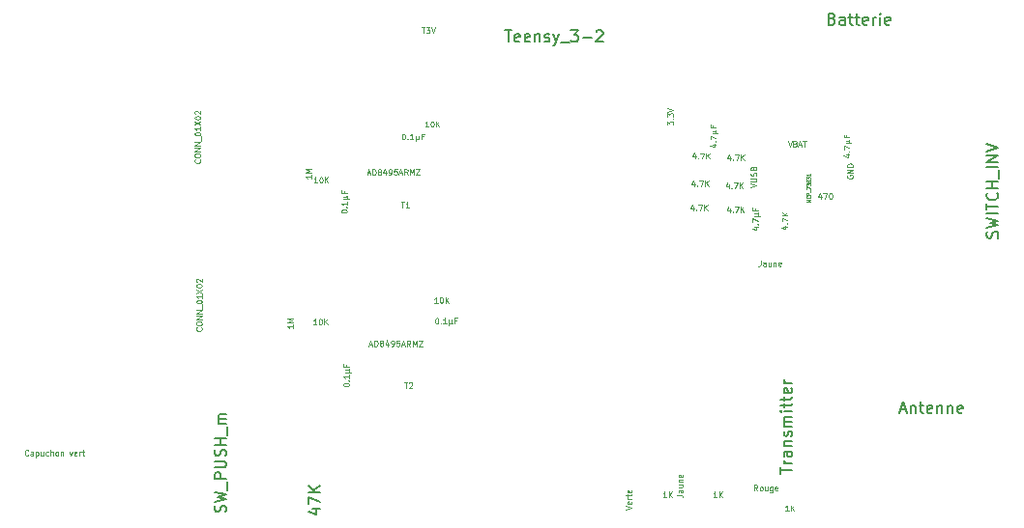
<source format=gbr>
G04 #@! TF.FileFunction,Other,Fab,Top*
%FSLAX46Y46*%
G04 Gerber Fmt 4.6, Leading zero omitted, Abs format (unit mm)*
G04 Created by KiCad (PCBNEW 4.0.2+dfsg1-stable) date mar. 31 janv. 2017 17:52:21 CET*
%MOMM*%
G01*
G04 APERTURE LIST*
%ADD10C,0.050000*%
%ADD11C,0.048400*%
%ADD12C,0.150000*%
%ADD13C,0.070000*%
G04 APERTURE END LIST*
D10*
D11*
X23325144Y5715429D02*
X23325144Y5387429D01*
X23208001Y5902857D02*
X23090858Y5551429D01*
X23395430Y5551429D01*
X23536001Y5879429D02*
X23864001Y5879429D01*
X23653144Y5387429D01*
X24145143Y5879429D02*
X24192000Y5879429D01*
X24238857Y5856000D01*
X24262286Y5832571D01*
X24285715Y5785714D01*
X24309143Y5692000D01*
X24309143Y5574857D01*
X24285715Y5481143D01*
X24262286Y5434286D01*
X24238857Y5410857D01*
X24192000Y5387429D01*
X24145143Y5387429D01*
X24098286Y5410857D01*
X24074857Y5434286D01*
X24051429Y5481143D01*
X24028000Y5574857D01*
X24028000Y5692000D01*
X24051429Y5785714D01*
X24074857Y5832571D01*
X24098286Y5856000D01*
X24145143Y5879429D01*
X-13243428Y11079429D02*
X-13196571Y11079429D01*
X-13149714Y11056000D01*
X-13126285Y11032571D01*
X-13102856Y10985714D01*
X-13079428Y10892000D01*
X-13079428Y10774857D01*
X-13102856Y10681143D01*
X-13126285Y10634286D01*
X-13149714Y10610857D01*
X-13196571Y10587429D01*
X-13243428Y10587429D01*
X-13290285Y10610857D01*
X-13313714Y10634286D01*
X-13337142Y10681143D01*
X-13360571Y10774857D01*
X-13360571Y10892000D01*
X-13337142Y10985714D01*
X-13313714Y11032571D01*
X-13290285Y11056000D01*
X-13243428Y11079429D01*
X-12868571Y10634286D02*
X-12845143Y10610857D01*
X-12868571Y10587429D01*
X-12892000Y10610857D01*
X-12868571Y10634286D01*
X-12868571Y10587429D01*
X-12376571Y10587429D02*
X-12657714Y10587429D01*
X-12517142Y10587429D02*
X-12517142Y11079429D01*
X-12563999Y11009143D01*
X-12610857Y10962286D01*
X-12657714Y10938857D01*
X-12165714Y10915429D02*
X-12165714Y10423429D01*
X-11931428Y10657714D02*
X-11908000Y10610857D01*
X-11861143Y10587429D01*
X-12165714Y10657714D02*
X-12142286Y10610857D01*
X-12095428Y10587429D01*
X-12001714Y10587429D01*
X-11954857Y10610857D01*
X-11931428Y10657714D01*
X-11931428Y10915429D01*
X-11486285Y10845143D02*
X-11650285Y10845143D01*
X-11650285Y10587429D02*
X-11650285Y11079429D01*
X-11415999Y11079429D01*
X-18669429Y4266572D02*
X-18669429Y4313429D01*
X-18646000Y4360286D01*
X-18622571Y4383715D01*
X-18575714Y4407144D01*
X-18482000Y4430572D01*
X-18364857Y4430572D01*
X-18271143Y4407144D01*
X-18224286Y4383715D01*
X-18200857Y4360286D01*
X-18177429Y4313429D01*
X-18177429Y4266572D01*
X-18200857Y4219715D01*
X-18224286Y4196286D01*
X-18271143Y4172858D01*
X-18364857Y4149429D01*
X-18482000Y4149429D01*
X-18575714Y4172858D01*
X-18622571Y4196286D01*
X-18646000Y4219715D01*
X-18669429Y4266572D01*
X-18224286Y4641429D02*
X-18200857Y4664857D01*
X-18177429Y4641429D01*
X-18200857Y4618000D01*
X-18224286Y4641429D01*
X-18177429Y4641429D01*
X-18177429Y5133429D02*
X-18177429Y4852286D01*
X-18177429Y4992858D02*
X-18669429Y4992858D01*
X-18599143Y4946001D01*
X-18552286Y4899143D01*
X-18528857Y4852286D01*
X-18505429Y5344286D02*
X-18013429Y5344286D01*
X-18247714Y5578572D02*
X-18200857Y5602000D01*
X-18177429Y5648857D01*
X-18247714Y5344286D02*
X-18200857Y5367714D01*
X-18177429Y5414572D01*
X-18177429Y5508286D01*
X-18200857Y5555143D01*
X-18247714Y5578572D01*
X-18505429Y5578572D01*
X-18435143Y6023715D02*
X-18435143Y5859715D01*
X-18177429Y5859715D02*
X-18669429Y5859715D01*
X-18669429Y6094001D01*
X-10323428Y-5075571D02*
X-10276571Y-5075571D01*
X-10229714Y-5099000D01*
X-10206285Y-5122429D01*
X-10182856Y-5169286D01*
X-10159428Y-5263000D01*
X-10159428Y-5380143D01*
X-10182856Y-5473857D01*
X-10206285Y-5520714D01*
X-10229714Y-5544143D01*
X-10276571Y-5567571D01*
X-10323428Y-5567571D01*
X-10370285Y-5544143D01*
X-10393714Y-5520714D01*
X-10417142Y-5473857D01*
X-10440571Y-5380143D01*
X-10440571Y-5263000D01*
X-10417142Y-5169286D01*
X-10393714Y-5122429D01*
X-10370285Y-5099000D01*
X-10323428Y-5075571D01*
X-9948571Y-5520714D02*
X-9925143Y-5544143D01*
X-9948571Y-5567571D01*
X-9972000Y-5544143D01*
X-9948571Y-5520714D01*
X-9948571Y-5567571D01*
X-9456571Y-5567571D02*
X-9737714Y-5567571D01*
X-9597142Y-5567571D02*
X-9597142Y-5075571D01*
X-9643999Y-5145857D01*
X-9690857Y-5192714D01*
X-9737714Y-5216143D01*
X-9245714Y-5239571D02*
X-9245714Y-5731571D01*
X-9011428Y-5497286D02*
X-8988000Y-5544143D01*
X-8941143Y-5567571D01*
X-9245714Y-5497286D02*
X-9222286Y-5544143D01*
X-9175428Y-5567571D01*
X-9081714Y-5567571D01*
X-9034857Y-5544143D01*
X-9011428Y-5497286D01*
X-9011428Y-5239571D01*
X-8566285Y-5309857D02*
X-8730285Y-5309857D01*
X-8730285Y-5567571D02*
X-8730285Y-5075571D01*
X-8495999Y-5075571D01*
X-18489429Y-10938428D02*
X-18489429Y-10891571D01*
X-18466000Y-10844714D01*
X-18442571Y-10821285D01*
X-18395714Y-10797856D01*
X-18302000Y-10774428D01*
X-18184857Y-10774428D01*
X-18091143Y-10797856D01*
X-18044286Y-10821285D01*
X-18020857Y-10844714D01*
X-17997429Y-10891571D01*
X-17997429Y-10938428D01*
X-18020857Y-10985285D01*
X-18044286Y-11008714D01*
X-18091143Y-11032142D01*
X-18184857Y-11055571D01*
X-18302000Y-11055571D01*
X-18395714Y-11032142D01*
X-18442571Y-11008714D01*
X-18466000Y-10985285D01*
X-18489429Y-10938428D01*
X-18044286Y-10563571D02*
X-18020857Y-10540143D01*
X-17997429Y-10563571D01*
X-18020857Y-10587000D01*
X-18044286Y-10563571D01*
X-17997429Y-10563571D01*
X-17997429Y-10071571D02*
X-17997429Y-10352714D01*
X-17997429Y-10212142D02*
X-18489429Y-10212142D01*
X-18419143Y-10258999D01*
X-18372286Y-10305857D01*
X-18348857Y-10352714D01*
X-18325429Y-9860714D02*
X-17833429Y-9860714D01*
X-18067714Y-9626428D02*
X-18020857Y-9603000D01*
X-17997429Y-9556143D01*
X-18067714Y-9860714D02*
X-18020857Y-9837286D01*
X-17997429Y-9790428D01*
X-17997429Y-9696714D01*
X-18020857Y-9649857D01*
X-18067714Y-9626428D01*
X-18325429Y-9626428D01*
X-18255143Y-9181285D02*
X-18255143Y-9345285D01*
X-17997429Y-9345285D02*
X-18489429Y-9345285D01*
X-18489429Y-9110999D01*
X13813771Y10144915D02*
X14141771Y10144915D01*
X13626343Y10027772D02*
X13977771Y9910629D01*
X13977771Y10215201D01*
X14094914Y10402629D02*
X14118343Y10426057D01*
X14141771Y10402629D01*
X14118343Y10379200D01*
X14094914Y10402629D01*
X14141771Y10402629D01*
X13649771Y10590058D02*
X13649771Y10918058D01*
X14141771Y10707201D01*
X13813771Y11105486D02*
X14305771Y11105486D01*
X14071486Y11339772D02*
X14118343Y11363200D01*
X14141771Y11410057D01*
X14071486Y11105486D02*
X14118343Y11128914D01*
X14141771Y11175772D01*
X14141771Y11269486D01*
X14118343Y11316343D01*
X14071486Y11339772D01*
X13813771Y11339772D01*
X13884057Y11784915D02*
X13884057Y11620915D01*
X14141771Y11620915D02*
X13649771Y11620915D01*
X13649771Y11855201D01*
X17494571Y2883715D02*
X17822571Y2883715D01*
X17307143Y2766572D02*
X17658571Y2649429D01*
X17658571Y2954001D01*
X17775714Y3141429D02*
X17799143Y3164857D01*
X17822571Y3141429D01*
X17799143Y3118000D01*
X17775714Y3141429D01*
X17822571Y3141429D01*
X17330571Y3328858D02*
X17330571Y3656858D01*
X17822571Y3446001D01*
X17494571Y3844286D02*
X17986571Y3844286D01*
X17752286Y4078572D02*
X17799143Y4102000D01*
X17822571Y4148857D01*
X17752286Y3844286D02*
X17799143Y3867714D01*
X17822571Y3914572D01*
X17822571Y4008286D01*
X17799143Y4055143D01*
X17752286Y4078572D01*
X17494571Y4078572D01*
X17564857Y4523715D02*
X17564857Y4359715D01*
X17822571Y4359715D02*
X17330571Y4359715D01*
X17330571Y4594001D01*
X25494571Y9283715D02*
X25822571Y9283715D01*
X25307143Y9166572D02*
X25658571Y9049429D01*
X25658571Y9354001D01*
X25775714Y9541429D02*
X25799143Y9564857D01*
X25822571Y9541429D01*
X25799143Y9518000D01*
X25775714Y9541429D01*
X25822571Y9541429D01*
X25330571Y9728858D02*
X25330571Y10056858D01*
X25822571Y9846001D01*
X25494571Y10244286D02*
X25986571Y10244286D01*
X25752286Y10478572D02*
X25799143Y10502000D01*
X25822571Y10548857D01*
X25752286Y10244286D02*
X25799143Y10267714D01*
X25822571Y10314572D01*
X25822571Y10408286D01*
X25799143Y10455143D01*
X25752286Y10478572D01*
X25494571Y10478572D01*
X25564857Y10923715D02*
X25564857Y10759715D01*
X25822571Y10759715D02*
X25330571Y10759715D01*
X25330571Y10994001D01*
X17773715Y-20212571D02*
X17609715Y-19978286D01*
X17492572Y-20212571D02*
X17492572Y-19720571D01*
X17680000Y-19720571D01*
X17726858Y-19744000D01*
X17750286Y-19767429D01*
X17773715Y-19814286D01*
X17773715Y-19884571D01*
X17750286Y-19931429D01*
X17726858Y-19954857D01*
X17680000Y-19978286D01*
X17492572Y-19978286D01*
X18054858Y-20212571D02*
X18008000Y-20189143D01*
X17984572Y-20165714D01*
X17961143Y-20118857D01*
X17961143Y-19978286D01*
X17984572Y-19931429D01*
X18008000Y-19908000D01*
X18054858Y-19884571D01*
X18125143Y-19884571D01*
X18172000Y-19908000D01*
X18195429Y-19931429D01*
X18218858Y-19978286D01*
X18218858Y-20118857D01*
X18195429Y-20165714D01*
X18172000Y-20189143D01*
X18125143Y-20212571D01*
X18054858Y-20212571D01*
X18640572Y-19884571D02*
X18640572Y-20212571D01*
X18429715Y-19884571D02*
X18429715Y-20142286D01*
X18453143Y-20189143D01*
X18500001Y-20212571D01*
X18570286Y-20212571D01*
X18617143Y-20189143D01*
X18640572Y-20165714D01*
X19085715Y-19884571D02*
X19085715Y-20282857D01*
X19062286Y-20329714D01*
X19038858Y-20353143D01*
X18992001Y-20376571D01*
X18921715Y-20376571D01*
X18874858Y-20353143D01*
X19085715Y-20189143D02*
X19038858Y-20212571D01*
X18945144Y-20212571D01*
X18898286Y-20189143D01*
X18874858Y-20165714D01*
X18851429Y-20118857D01*
X18851429Y-19978286D01*
X18874858Y-19931429D01*
X18898286Y-19908000D01*
X18945144Y-19884571D01*
X19038858Y-19884571D01*
X19085715Y-19908000D01*
X19507429Y-20189143D02*
X19460572Y-20212571D01*
X19366858Y-20212571D01*
X19320001Y-20189143D01*
X19296572Y-20142286D01*
X19296572Y-19954857D01*
X19320001Y-19908000D01*
X19366858Y-19884571D01*
X19460572Y-19884571D01*
X19507429Y-19908000D01*
X19530858Y-19954857D01*
X19530858Y-20001714D01*
X19296572Y-20048571D01*
X10730571Y-20598286D02*
X11082000Y-20598286D01*
X11152286Y-20621714D01*
X11199143Y-20668571D01*
X11222571Y-20738857D01*
X11222571Y-20785714D01*
X11222571Y-20153143D02*
X10964857Y-20153143D01*
X10918000Y-20176572D01*
X10894571Y-20223429D01*
X10894571Y-20317143D01*
X10918000Y-20364000D01*
X11199143Y-20153143D02*
X11222571Y-20200000D01*
X11222571Y-20317143D01*
X11199143Y-20364000D01*
X11152286Y-20387429D01*
X11105429Y-20387429D01*
X11058571Y-20364000D01*
X11035143Y-20317143D01*
X11035143Y-20200000D01*
X11011714Y-20153143D01*
X10894571Y-19708000D02*
X11222571Y-19708000D01*
X10894571Y-19918857D02*
X11152286Y-19918857D01*
X11199143Y-19895429D01*
X11222571Y-19848571D01*
X11222571Y-19778286D01*
X11199143Y-19731429D01*
X11175714Y-19708000D01*
X10894571Y-19473714D02*
X11222571Y-19473714D01*
X10941429Y-19473714D02*
X10918000Y-19450286D01*
X10894571Y-19403428D01*
X10894571Y-19333143D01*
X10918000Y-19286286D01*
X10964857Y-19262857D01*
X11222571Y-19262857D01*
X11199143Y-18841143D02*
X11222571Y-18888000D01*
X11222571Y-18981714D01*
X11199143Y-19028571D01*
X11152286Y-19052000D01*
X10964857Y-19052000D01*
X10918000Y-19028571D01*
X10894571Y-18981714D01*
X10894571Y-18888000D01*
X10918000Y-18841143D01*
X10964857Y-18817714D01*
X11011714Y-18817714D01*
X11058571Y-19052000D01*
X18041714Y-20571D02*
X18041714Y-372000D01*
X18018286Y-442286D01*
X17971429Y-489143D01*
X17901143Y-512571D01*
X17854286Y-512571D01*
X18486857Y-512571D02*
X18486857Y-254857D01*
X18463428Y-208000D01*
X18416571Y-184571D01*
X18322857Y-184571D01*
X18276000Y-208000D01*
X18486857Y-489143D02*
X18440000Y-512571D01*
X18322857Y-512571D01*
X18276000Y-489143D01*
X18252571Y-442286D01*
X18252571Y-395429D01*
X18276000Y-348571D01*
X18322857Y-325143D01*
X18440000Y-325143D01*
X18486857Y-301714D01*
X18932000Y-184571D02*
X18932000Y-512571D01*
X18721143Y-184571D02*
X18721143Y-442286D01*
X18744571Y-489143D01*
X18791429Y-512571D01*
X18861714Y-512571D01*
X18908571Y-489143D01*
X18932000Y-465714D01*
X19166286Y-184571D02*
X19166286Y-512571D01*
X19166286Y-231429D02*
X19189714Y-208000D01*
X19236572Y-184571D01*
X19306857Y-184571D01*
X19353714Y-208000D01*
X19377143Y-254857D01*
X19377143Y-512571D01*
X19798857Y-489143D02*
X19752000Y-512571D01*
X19658286Y-512571D01*
X19611429Y-489143D01*
X19588000Y-442286D01*
X19588000Y-254857D01*
X19611429Y-208000D01*
X19658286Y-184571D01*
X19752000Y-184571D01*
X19798857Y-208000D01*
X19822286Y-254857D01*
X19822286Y-301714D01*
X19588000Y-348571D01*
X6230571Y-21868571D02*
X6722571Y-21704571D01*
X6230571Y-21540571D01*
X6699143Y-21189143D02*
X6722571Y-21236000D01*
X6722571Y-21329714D01*
X6699143Y-21376571D01*
X6652286Y-21400000D01*
X6464857Y-21400000D01*
X6418000Y-21376571D01*
X6394571Y-21329714D01*
X6394571Y-21236000D01*
X6418000Y-21189143D01*
X6464857Y-21165714D01*
X6511714Y-21165714D01*
X6558571Y-21400000D01*
X6722571Y-20954857D02*
X6394571Y-20954857D01*
X6488286Y-20954857D02*
X6441429Y-20931429D01*
X6418000Y-20908000D01*
X6394571Y-20861143D01*
X6394571Y-20814286D01*
X6394571Y-20720572D02*
X6394571Y-20533143D01*
X6230571Y-20650286D02*
X6652286Y-20650286D01*
X6699143Y-20626858D01*
X6722571Y-20580000D01*
X6722571Y-20533143D01*
X6699143Y-20181715D02*
X6722571Y-20228572D01*
X6722571Y-20322286D01*
X6699143Y-20369143D01*
X6652286Y-20392572D01*
X6464857Y-20392572D01*
X6418000Y-20369143D01*
X6394571Y-20322286D01*
X6394571Y-20228572D01*
X6418000Y-20181715D01*
X6464857Y-20158286D01*
X6511714Y-20158286D01*
X6558571Y-20392572D01*
X-31049286Y8830287D02*
X-31025857Y8806858D01*
X-31002429Y8736572D01*
X-31002429Y8689715D01*
X-31025857Y8619430D01*
X-31072714Y8572572D01*
X-31119571Y8549144D01*
X-31213286Y8525715D01*
X-31283571Y8525715D01*
X-31377286Y8549144D01*
X-31424143Y8572572D01*
X-31471000Y8619430D01*
X-31494429Y8689715D01*
X-31494429Y8736572D01*
X-31471000Y8806858D01*
X-31447571Y8830287D01*
X-31494429Y9134858D02*
X-31494429Y9228572D01*
X-31471000Y9275430D01*
X-31424143Y9322287D01*
X-31330429Y9345715D01*
X-31166429Y9345715D01*
X-31072714Y9322287D01*
X-31025857Y9275430D01*
X-31002429Y9228572D01*
X-31002429Y9134858D01*
X-31025857Y9088001D01*
X-31072714Y9041144D01*
X-31166429Y9017715D01*
X-31330429Y9017715D01*
X-31424143Y9041144D01*
X-31471000Y9088001D01*
X-31494429Y9134858D01*
X-31002429Y9556573D02*
X-31494429Y9556573D01*
X-31002429Y9837716D01*
X-31494429Y9837716D01*
X-31002429Y10072002D02*
X-31494429Y10072002D01*
X-31002429Y10353145D01*
X-31494429Y10353145D01*
X-30955571Y10470288D02*
X-30955571Y10845145D01*
X-31494429Y11056002D02*
X-31494429Y11102859D01*
X-31471000Y11149716D01*
X-31447571Y11173145D01*
X-31400714Y11196574D01*
X-31307000Y11220002D01*
X-31189857Y11220002D01*
X-31096143Y11196574D01*
X-31049286Y11173145D01*
X-31025857Y11149716D01*
X-31002429Y11102859D01*
X-31002429Y11056002D01*
X-31025857Y11009145D01*
X-31049286Y10985716D01*
X-31096143Y10962288D01*
X-31189857Y10938859D01*
X-31307000Y10938859D01*
X-31400714Y10962288D01*
X-31447571Y10985716D01*
X-31471000Y11009145D01*
X-31494429Y11056002D01*
X-31002429Y11688573D02*
X-31002429Y11407430D01*
X-31002429Y11548002D02*
X-31494429Y11548002D01*
X-31424143Y11501145D01*
X-31377286Y11454287D01*
X-31353857Y11407430D01*
X-31494429Y11852573D02*
X-31002429Y12180573D01*
X-31494429Y12180573D02*
X-31002429Y11852573D01*
X-31494429Y12461715D02*
X-31494429Y12508572D01*
X-31471000Y12555429D01*
X-31447571Y12578858D01*
X-31400714Y12602287D01*
X-31307000Y12625715D01*
X-31189857Y12625715D01*
X-31096143Y12602287D01*
X-31049286Y12578858D01*
X-31025857Y12555429D01*
X-31002429Y12508572D01*
X-31002429Y12461715D01*
X-31025857Y12414858D01*
X-31049286Y12391429D01*
X-31096143Y12368001D01*
X-31189857Y12344572D01*
X-31307000Y12344572D01*
X-31400714Y12368001D01*
X-31447571Y12391429D01*
X-31471000Y12414858D01*
X-31494429Y12461715D01*
X-31447571Y12813143D02*
X-31471000Y12836572D01*
X-31494429Y12883429D01*
X-31494429Y13000572D01*
X-31471000Y13047429D01*
X-31447571Y13070858D01*
X-31400714Y13094286D01*
X-31353857Y13094286D01*
X-31283571Y13070858D01*
X-31002429Y12789715D01*
X-31002429Y13094286D01*
X-30924286Y-5904713D02*
X-30900857Y-5928142D01*
X-30877429Y-5998428D01*
X-30877429Y-6045285D01*
X-30900857Y-6115570D01*
X-30947714Y-6162428D01*
X-30994571Y-6185856D01*
X-31088286Y-6209285D01*
X-31158571Y-6209285D01*
X-31252286Y-6185856D01*
X-31299143Y-6162428D01*
X-31346000Y-6115570D01*
X-31369429Y-6045285D01*
X-31369429Y-5998428D01*
X-31346000Y-5928142D01*
X-31322571Y-5904713D01*
X-31369429Y-5600142D02*
X-31369429Y-5506428D01*
X-31346000Y-5459570D01*
X-31299143Y-5412713D01*
X-31205429Y-5389285D01*
X-31041429Y-5389285D01*
X-30947714Y-5412713D01*
X-30900857Y-5459570D01*
X-30877429Y-5506428D01*
X-30877429Y-5600142D01*
X-30900857Y-5646999D01*
X-30947714Y-5693856D01*
X-31041429Y-5717285D01*
X-31205429Y-5717285D01*
X-31299143Y-5693856D01*
X-31346000Y-5646999D01*
X-31369429Y-5600142D01*
X-30877429Y-5178427D02*
X-31369429Y-5178427D01*
X-30877429Y-4897284D01*
X-31369429Y-4897284D01*
X-30877429Y-4662998D02*
X-31369429Y-4662998D01*
X-30877429Y-4381855D01*
X-31369429Y-4381855D01*
X-30830571Y-4264712D02*
X-30830571Y-3889855D01*
X-31369429Y-3678998D02*
X-31369429Y-3632141D01*
X-31346000Y-3585284D01*
X-31322571Y-3561855D01*
X-31275714Y-3538426D01*
X-31182000Y-3514998D01*
X-31064857Y-3514998D01*
X-30971143Y-3538426D01*
X-30924286Y-3561855D01*
X-30900857Y-3585284D01*
X-30877429Y-3632141D01*
X-30877429Y-3678998D01*
X-30900857Y-3725855D01*
X-30924286Y-3749284D01*
X-30971143Y-3772712D01*
X-31064857Y-3796141D01*
X-31182000Y-3796141D01*
X-31275714Y-3772712D01*
X-31322571Y-3749284D01*
X-31346000Y-3725855D01*
X-31369429Y-3678998D01*
X-30877429Y-3046427D02*
X-30877429Y-3327570D01*
X-30877429Y-3186998D02*
X-31369429Y-3186998D01*
X-31299143Y-3233855D01*
X-31252286Y-3280713D01*
X-31228857Y-3327570D01*
X-31369429Y-2882427D02*
X-30877429Y-2554427D01*
X-31369429Y-2554427D02*
X-30877429Y-2882427D01*
X-31369429Y-2273285D02*
X-31369429Y-2226428D01*
X-31346000Y-2179571D01*
X-31322571Y-2156142D01*
X-31275714Y-2132713D01*
X-31182000Y-2109285D01*
X-31064857Y-2109285D01*
X-30971143Y-2132713D01*
X-30924286Y-2156142D01*
X-30900857Y-2179571D01*
X-30877429Y-2226428D01*
X-30877429Y-2273285D01*
X-30900857Y-2320142D01*
X-30924286Y-2343571D01*
X-30971143Y-2366999D01*
X-31064857Y-2390428D01*
X-31182000Y-2390428D01*
X-31275714Y-2366999D01*
X-31322571Y-2343571D01*
X-31346000Y-2320142D01*
X-31369429Y-2273285D01*
X-31322571Y-1921857D02*
X-31346000Y-1898428D01*
X-31369429Y-1851571D01*
X-31369429Y-1734428D01*
X-31346000Y-1687571D01*
X-31322571Y-1664142D01*
X-31275714Y-1640714D01*
X-31228857Y-1640714D01*
X-31158571Y-1664142D01*
X-30877429Y-1945285D01*
X-30877429Y-1640714D01*
D12*
X19772381Y-18724048D02*
X19772381Y-18152619D01*
X20772381Y-18438334D02*
X19772381Y-18438334D01*
X20772381Y-17819286D02*
X20105714Y-17819286D01*
X20296190Y-17819286D02*
X20200952Y-17771667D01*
X20153333Y-17724048D01*
X20105714Y-17628810D01*
X20105714Y-17533571D01*
X20772381Y-16771666D02*
X20248571Y-16771666D01*
X20153333Y-16819285D01*
X20105714Y-16914523D01*
X20105714Y-17105000D01*
X20153333Y-17200238D01*
X20724762Y-16771666D02*
X20772381Y-16866904D01*
X20772381Y-17105000D01*
X20724762Y-17200238D01*
X20629524Y-17247857D01*
X20534286Y-17247857D01*
X20439048Y-17200238D01*
X20391429Y-17105000D01*
X20391429Y-16866904D01*
X20343810Y-16771666D01*
X20105714Y-16295476D02*
X20772381Y-16295476D01*
X20200952Y-16295476D02*
X20153333Y-16247857D01*
X20105714Y-16152619D01*
X20105714Y-16009761D01*
X20153333Y-15914523D01*
X20248571Y-15866904D01*
X20772381Y-15866904D01*
X20724762Y-15438333D02*
X20772381Y-15343095D01*
X20772381Y-15152619D01*
X20724762Y-15057380D01*
X20629524Y-15009761D01*
X20581905Y-15009761D01*
X20486667Y-15057380D01*
X20439048Y-15152619D01*
X20439048Y-15295476D01*
X20391429Y-15390714D01*
X20296190Y-15438333D01*
X20248571Y-15438333D01*
X20153333Y-15390714D01*
X20105714Y-15295476D01*
X20105714Y-15152619D01*
X20153333Y-15057380D01*
X20772381Y-14581190D02*
X20105714Y-14581190D01*
X20200952Y-14581190D02*
X20153333Y-14533571D01*
X20105714Y-14438333D01*
X20105714Y-14295475D01*
X20153333Y-14200237D01*
X20248571Y-14152618D01*
X20772381Y-14152618D01*
X20248571Y-14152618D02*
X20153333Y-14104999D01*
X20105714Y-14009761D01*
X20105714Y-13866904D01*
X20153333Y-13771666D01*
X20248571Y-13724047D01*
X20772381Y-13724047D01*
X20772381Y-13247857D02*
X20105714Y-13247857D01*
X19772381Y-13247857D02*
X19820000Y-13295476D01*
X19867619Y-13247857D01*
X19820000Y-13200238D01*
X19772381Y-13247857D01*
X19867619Y-13247857D01*
X20105714Y-12914524D02*
X20105714Y-12533572D01*
X19772381Y-12771667D02*
X20629524Y-12771667D01*
X20724762Y-12724048D01*
X20772381Y-12628810D01*
X20772381Y-12533572D01*
X20105714Y-12343095D02*
X20105714Y-11962143D01*
X19772381Y-12200238D02*
X20629524Y-12200238D01*
X20724762Y-12152619D01*
X20772381Y-12057381D01*
X20772381Y-11962143D01*
X20724762Y-11247856D02*
X20772381Y-11343094D01*
X20772381Y-11533571D01*
X20724762Y-11628809D01*
X20629524Y-11676428D01*
X20248571Y-11676428D01*
X20153333Y-11628809D01*
X20105714Y-11533571D01*
X20105714Y-11343094D01*
X20153333Y-11247856D01*
X20248571Y-11200237D01*
X20343810Y-11200237D01*
X20439048Y-11676428D01*
X20772381Y-10771666D02*
X20105714Y-10771666D01*
X20296190Y-10771666D02*
X20200952Y-10724047D01*
X20153333Y-10676428D01*
X20105714Y-10581190D01*
X20105714Y-10485951D01*
X24312857Y21171429D02*
X24455714Y21123810D01*
X24503333Y21076190D01*
X24550952Y20980952D01*
X24550952Y20838095D01*
X24503333Y20742857D01*
X24455714Y20695238D01*
X24360476Y20647619D01*
X23979523Y20647619D01*
X23979523Y21647619D01*
X24312857Y21647619D01*
X24408095Y21600000D01*
X24455714Y21552381D01*
X24503333Y21457143D01*
X24503333Y21361905D01*
X24455714Y21266667D01*
X24408095Y21219048D01*
X24312857Y21171429D01*
X23979523Y21171429D01*
X25408095Y20647619D02*
X25408095Y21171429D01*
X25360476Y21266667D01*
X25265238Y21314286D01*
X25074761Y21314286D01*
X24979523Y21266667D01*
X25408095Y20695238D02*
X25312857Y20647619D01*
X25074761Y20647619D01*
X24979523Y20695238D01*
X24931904Y20790476D01*
X24931904Y20885714D01*
X24979523Y20980952D01*
X25074761Y21028571D01*
X25312857Y21028571D01*
X25408095Y21076190D01*
X25741428Y21314286D02*
X26122380Y21314286D01*
X25884285Y21647619D02*
X25884285Y20790476D01*
X25931904Y20695238D01*
X26027142Y20647619D01*
X26122380Y20647619D01*
X26312857Y21314286D02*
X26693809Y21314286D01*
X26455714Y21647619D02*
X26455714Y20790476D01*
X26503333Y20695238D01*
X26598571Y20647619D01*
X26693809Y20647619D01*
X27408096Y20695238D02*
X27312858Y20647619D01*
X27122381Y20647619D01*
X27027143Y20695238D01*
X26979524Y20790476D01*
X26979524Y21171429D01*
X27027143Y21266667D01*
X27122381Y21314286D01*
X27312858Y21314286D01*
X27408096Y21266667D01*
X27455715Y21171429D01*
X27455715Y21076190D01*
X26979524Y20980952D01*
X27884286Y20647619D02*
X27884286Y21314286D01*
X27884286Y21123810D02*
X27931905Y21219048D01*
X27979524Y21266667D01*
X28074762Y21314286D01*
X28170001Y21314286D01*
X28503334Y20647619D02*
X28503334Y21314286D01*
X28503334Y21647619D02*
X28455715Y21600000D01*
X28503334Y21552381D01*
X28550953Y21600000D01*
X28503334Y21647619D01*
X28503334Y21552381D01*
X29360477Y20695238D02*
X29265239Y20647619D01*
X29074762Y20647619D01*
X28979524Y20695238D01*
X28931905Y20790476D01*
X28931905Y21171429D01*
X28979524Y21266667D01*
X29074762Y21314286D01*
X29265239Y21314286D01*
X29360477Y21266667D01*
X29408096Y21171429D01*
X29408096Y21076190D01*
X28931905Y20980952D01*
D11*
X-21317429Y7469429D02*
X-21317429Y7188286D01*
X-21317429Y7328858D02*
X-21809429Y7328858D01*
X-21739143Y7282001D01*
X-21692286Y7235143D01*
X-21668857Y7188286D01*
X-21317429Y7680286D02*
X-21809429Y7680286D01*
X-21458000Y7844286D01*
X-21809429Y8008286D01*
X-21317429Y8008286D01*
X-22877429Y-5665571D02*
X-22877429Y-5946714D01*
X-22877429Y-5806142D02*
X-23369429Y-5806142D01*
X-23299143Y-5852999D01*
X-23252286Y-5899857D01*
X-23228857Y-5946714D01*
X-22877429Y-5454714D02*
X-23369429Y-5454714D01*
X-23018000Y-5290714D01*
X-23369429Y-5126714D01*
X-22877429Y-5126714D01*
X-11039714Y11687429D02*
X-11320857Y11687429D01*
X-11180285Y11687429D02*
X-11180285Y12179429D01*
X-11227142Y12109143D01*
X-11274000Y12062286D01*
X-11320857Y12038857D01*
X-10735143Y12179429D02*
X-10688286Y12179429D01*
X-10641429Y12156000D01*
X-10618000Y12132571D01*
X-10594571Y12085714D01*
X-10571143Y11992000D01*
X-10571143Y11874857D01*
X-10594571Y11781143D01*
X-10618000Y11734286D01*
X-10641429Y11710857D01*
X-10688286Y11687429D01*
X-10735143Y11687429D01*
X-10782000Y11710857D01*
X-10805429Y11734286D01*
X-10828857Y11781143D01*
X-10852286Y11874857D01*
X-10852286Y11992000D01*
X-10828857Y12085714D01*
X-10805429Y12132571D01*
X-10782000Y12156000D01*
X-10735143Y12179429D01*
X-10360286Y11687429D02*
X-10360286Y12179429D01*
X-10079143Y11687429D02*
X-10290000Y11968571D01*
X-10079143Y12179429D02*
X-10360286Y11898286D01*
X-20779714Y6787429D02*
X-21060857Y6787429D01*
X-20920285Y6787429D02*
X-20920285Y7279429D01*
X-20967142Y7209143D01*
X-21014000Y7162286D01*
X-21060857Y7138857D01*
X-20475143Y7279429D02*
X-20428286Y7279429D01*
X-20381429Y7256000D01*
X-20358000Y7232571D01*
X-20334571Y7185714D01*
X-20311143Y7092000D01*
X-20311143Y6974857D01*
X-20334571Y6881143D01*
X-20358000Y6834286D01*
X-20381429Y6810857D01*
X-20428286Y6787429D01*
X-20475143Y6787429D01*
X-20522000Y6810857D01*
X-20545429Y6834286D01*
X-20568857Y6881143D01*
X-20592286Y6974857D01*
X-20592286Y7092000D01*
X-20568857Y7185714D01*
X-20545429Y7232571D01*
X-20522000Y7256000D01*
X-20475143Y7279429D01*
X-20100286Y6787429D02*
X-20100286Y7279429D01*
X-19819143Y6787429D02*
X-20030000Y7068571D01*
X-19819143Y7279429D02*
X-20100286Y6998286D01*
X-10239714Y-3747571D02*
X-10520857Y-3747571D01*
X-10380285Y-3747571D02*
X-10380285Y-3255571D01*
X-10427142Y-3325857D01*
X-10474000Y-3372714D01*
X-10520857Y-3396143D01*
X-9935143Y-3255571D02*
X-9888286Y-3255571D01*
X-9841429Y-3279000D01*
X-9818000Y-3302429D01*
X-9794571Y-3349286D01*
X-9771143Y-3443000D01*
X-9771143Y-3560143D01*
X-9794571Y-3653857D01*
X-9818000Y-3700714D01*
X-9841429Y-3724143D01*
X-9888286Y-3747571D01*
X-9935143Y-3747571D01*
X-9982000Y-3724143D01*
X-10005429Y-3700714D01*
X-10028857Y-3653857D01*
X-10052286Y-3560143D01*
X-10052286Y-3443000D01*
X-10028857Y-3349286D01*
X-10005429Y-3302429D01*
X-9982000Y-3279000D01*
X-9935143Y-3255571D01*
X-9560286Y-3747571D02*
X-9560286Y-3255571D01*
X-9279143Y-3747571D02*
X-9490000Y-3466429D01*
X-9279143Y-3255571D02*
X-9560286Y-3536714D01*
X-20839714Y-5647571D02*
X-21120857Y-5647571D01*
X-20980285Y-5647571D02*
X-20980285Y-5155571D01*
X-21027142Y-5225857D01*
X-21074000Y-5272714D01*
X-21120857Y-5296143D01*
X-20535143Y-5155571D02*
X-20488286Y-5155571D01*
X-20441429Y-5179000D01*
X-20418000Y-5202429D01*
X-20394571Y-5249286D01*
X-20371143Y-5343000D01*
X-20371143Y-5460143D01*
X-20394571Y-5553857D01*
X-20418000Y-5600714D01*
X-20441429Y-5624143D01*
X-20488286Y-5647571D01*
X-20535143Y-5647571D01*
X-20582000Y-5624143D01*
X-20605429Y-5600714D01*
X-20628857Y-5553857D01*
X-20652286Y-5460143D01*
X-20652286Y-5343000D01*
X-20628857Y-5249286D01*
X-20605429Y-5202429D01*
X-20582000Y-5179000D01*
X-20535143Y-5155571D01*
X-20160286Y-5647571D02*
X-20160286Y-5155571D01*
X-19879143Y-5647571D02*
X-20090000Y-5366429D01*
X-19879143Y-5155571D02*
X-20160286Y-5436714D01*
X15380686Y9099629D02*
X15380686Y8771629D01*
X15263543Y9287057D02*
X15146400Y8935629D01*
X15450972Y8935629D01*
X15638400Y8818486D02*
X15661828Y8795057D01*
X15638400Y8771629D01*
X15614971Y8795057D01*
X15638400Y8818486D01*
X15638400Y8771629D01*
X15825829Y9263629D02*
X16153829Y9263629D01*
X15942972Y8771629D01*
X16341257Y8771629D02*
X16341257Y9263629D01*
X16622400Y8771629D02*
X16411543Y9052771D01*
X16622400Y9263629D02*
X16341257Y8982486D01*
X15253686Y6623429D02*
X15253686Y6295429D01*
X15136543Y6810857D02*
X15019400Y6459429D01*
X15323972Y6459429D01*
X15511400Y6342286D02*
X15534828Y6318857D01*
X15511400Y6295429D01*
X15487971Y6318857D01*
X15511400Y6342286D01*
X15511400Y6295429D01*
X15698829Y6787429D02*
X16026829Y6787429D01*
X15815972Y6295429D01*
X16214257Y6295429D02*
X16214257Y6787429D01*
X16495400Y6295429D02*
X16284543Y6576571D01*
X16495400Y6787429D02*
X16214257Y6506286D01*
X15353686Y4547229D02*
X15353686Y4219229D01*
X15236543Y4734657D02*
X15119400Y4383229D01*
X15423972Y4383229D01*
X15611400Y4266086D02*
X15634828Y4242657D01*
X15611400Y4219229D01*
X15587971Y4242657D01*
X15611400Y4266086D01*
X15611400Y4219229D01*
X15798829Y4711229D02*
X16126829Y4711229D01*
X15915972Y4219229D01*
X16314257Y4219229D02*
X16314257Y4711229D01*
X16595400Y4219229D02*
X16384543Y4500371D01*
X16595400Y4711229D02*
X16314257Y4430086D01*
X12328286Y9226629D02*
X12328286Y8898629D01*
X12211143Y9414057D02*
X12094000Y9062629D01*
X12398572Y9062629D01*
X12586000Y8945486D02*
X12609428Y8922057D01*
X12586000Y8898629D01*
X12562571Y8922057D01*
X12586000Y8945486D01*
X12586000Y8898629D01*
X12773429Y9390629D02*
X13101429Y9390629D01*
X12890572Y8898629D01*
X13288857Y8898629D02*
X13288857Y9390629D01*
X13570000Y8898629D02*
X13359143Y9179771D01*
X13570000Y9390629D02*
X13288857Y9109486D01*
X12229886Y6825029D02*
X12229886Y6497029D01*
X12112743Y7012457D02*
X11995600Y6661029D01*
X12300172Y6661029D01*
X12487600Y6543886D02*
X12511028Y6520457D01*
X12487600Y6497029D01*
X12464171Y6520457D01*
X12487600Y6543886D01*
X12487600Y6497029D01*
X12675029Y6989029D02*
X13003029Y6989029D01*
X12792172Y6497029D01*
X13190457Y6497029D02*
X13190457Y6989029D01*
X13471600Y6497029D02*
X13260743Y6778171D01*
X13471600Y6989029D02*
X13190457Y6707886D01*
X12153686Y4699629D02*
X12153686Y4371629D01*
X12036543Y4887057D02*
X11919400Y4535629D01*
X12223972Y4535629D01*
X12411400Y4418486D02*
X12434828Y4395057D01*
X12411400Y4371629D01*
X12387971Y4395057D01*
X12411400Y4418486D01*
X12411400Y4371629D01*
X12598829Y4863629D02*
X12926829Y4863629D01*
X12715972Y4371629D01*
X13114257Y4371629D02*
X13114257Y4863629D01*
X13395400Y4371629D02*
X13184543Y4652771D01*
X13395400Y4863629D02*
X13114257Y4582486D01*
X20494572Y-22012571D02*
X20213429Y-22012571D01*
X20354001Y-22012571D02*
X20354001Y-21520571D01*
X20307144Y-21590857D01*
X20260286Y-21637714D01*
X20213429Y-21661143D01*
X20705429Y-22012571D02*
X20705429Y-21520571D01*
X20986572Y-22012571D02*
X20775715Y-21731429D01*
X20986572Y-21520571D02*
X20705429Y-21801714D01*
X14192972Y-20794971D02*
X13911829Y-20794971D01*
X14052401Y-20794971D02*
X14052401Y-20302971D01*
X14005544Y-20373257D01*
X13958686Y-20420114D01*
X13911829Y-20443543D01*
X14403829Y-20794971D02*
X14403829Y-20302971D01*
X14684972Y-20794971D02*
X14474115Y-20513829D01*
X14684972Y-20302971D02*
X14403829Y-20584114D01*
X9794572Y-20794971D02*
X9513429Y-20794971D01*
X9654001Y-20794971D02*
X9654001Y-20302971D01*
X9607144Y-20373257D01*
X9560286Y-20420114D01*
X9513429Y-20443543D01*
X10005429Y-20794971D02*
X10005429Y-20302971D01*
X10286572Y-20794971D02*
X10075715Y-20513829D01*
X10286572Y-20302971D02*
X10005429Y-20584114D01*
X20064571Y2946286D02*
X20392571Y2946286D01*
X19877143Y2829143D02*
X20228571Y2712000D01*
X20228571Y3016572D01*
X20345714Y3204000D02*
X20369143Y3227428D01*
X20392571Y3204000D01*
X20369143Y3180571D01*
X20345714Y3204000D01*
X20392571Y3204000D01*
X19900571Y3391429D02*
X19900571Y3719429D01*
X20392571Y3508572D01*
X20392571Y3906857D02*
X19900571Y3906857D01*
X20392571Y4188000D02*
X20111429Y3977143D01*
X19900571Y4188000D02*
X20181714Y3906857D01*
X-16372570Y7628000D02*
X-16138284Y7628000D01*
X-16419427Y7487429D02*
X-16255427Y7979429D01*
X-16091427Y7487429D01*
X-15927427Y7487429D02*
X-15927427Y7979429D01*
X-15810284Y7979429D01*
X-15739999Y7956000D01*
X-15693141Y7909143D01*
X-15669713Y7862286D01*
X-15646284Y7768571D01*
X-15646284Y7698286D01*
X-15669713Y7604571D01*
X-15693141Y7557714D01*
X-15739999Y7510857D01*
X-15810284Y7487429D01*
X-15927427Y7487429D01*
X-15365141Y7768571D02*
X-15411999Y7792000D01*
X-15435427Y7815429D01*
X-15458856Y7862286D01*
X-15458856Y7885714D01*
X-15435427Y7932571D01*
X-15411999Y7956000D01*
X-15365141Y7979429D01*
X-15271427Y7979429D01*
X-15224570Y7956000D01*
X-15201141Y7932571D01*
X-15177713Y7885714D01*
X-15177713Y7862286D01*
X-15201141Y7815429D01*
X-15224570Y7792000D01*
X-15271427Y7768571D01*
X-15365141Y7768571D01*
X-15411999Y7745143D01*
X-15435427Y7721714D01*
X-15458856Y7674857D01*
X-15458856Y7581143D01*
X-15435427Y7534286D01*
X-15411999Y7510857D01*
X-15365141Y7487429D01*
X-15271427Y7487429D01*
X-15224570Y7510857D01*
X-15201141Y7534286D01*
X-15177713Y7581143D01*
X-15177713Y7674857D01*
X-15201141Y7721714D01*
X-15224570Y7745143D01*
X-15271427Y7768571D01*
X-14755999Y7815429D02*
X-14755999Y7487429D01*
X-14873142Y8002857D02*
X-14990285Y7651429D01*
X-14685713Y7651429D01*
X-14474857Y7487429D02*
X-14381142Y7487429D01*
X-14334285Y7510857D01*
X-14310857Y7534286D01*
X-14263999Y7604571D01*
X-14240571Y7698286D01*
X-14240571Y7885714D01*
X-14263999Y7932571D01*
X-14287428Y7956000D01*
X-14334285Y7979429D01*
X-14427999Y7979429D01*
X-14474857Y7956000D01*
X-14498285Y7932571D01*
X-14521714Y7885714D01*
X-14521714Y7768571D01*
X-14498285Y7721714D01*
X-14474857Y7698286D01*
X-14427999Y7674857D01*
X-14334285Y7674857D01*
X-14287428Y7698286D01*
X-14263999Y7721714D01*
X-14240571Y7768571D01*
X-13795428Y7979429D02*
X-14029714Y7979429D01*
X-14053143Y7745143D01*
X-14029714Y7768571D01*
X-13982857Y7792000D01*
X-13865714Y7792000D01*
X-13818857Y7768571D01*
X-13795428Y7745143D01*
X-13772000Y7698286D01*
X-13772000Y7581143D01*
X-13795428Y7534286D01*
X-13818857Y7510857D01*
X-13865714Y7487429D01*
X-13982857Y7487429D01*
X-14029714Y7510857D01*
X-14053143Y7534286D01*
X-13584572Y7628000D02*
X-13350286Y7628000D01*
X-13631429Y7487429D02*
X-13467429Y7979429D01*
X-13303429Y7487429D01*
X-12858286Y7487429D02*
X-13022286Y7721714D01*
X-13139429Y7487429D02*
X-13139429Y7979429D01*
X-12952001Y7979429D01*
X-12905143Y7956000D01*
X-12881715Y7932571D01*
X-12858286Y7885714D01*
X-12858286Y7815429D01*
X-12881715Y7768571D01*
X-12905143Y7745143D01*
X-12952001Y7721714D01*
X-13139429Y7721714D01*
X-12647429Y7487429D02*
X-12647429Y7979429D01*
X-12483429Y7628000D01*
X-12319429Y7979429D01*
X-12319429Y7487429D01*
X-12132000Y7979429D02*
X-11804000Y7979429D01*
X-12132000Y7487429D01*
X-11804000Y7487429D01*
D13*
X-16209522Y-7408333D02*
X-15971427Y-7408333D01*
X-16257141Y-7551190D02*
X-16090474Y-7051190D01*
X-15923808Y-7551190D01*
X-15757141Y-7551190D02*
X-15757141Y-7051190D01*
X-15638094Y-7051190D01*
X-15566665Y-7075000D01*
X-15519046Y-7122619D01*
X-15495237Y-7170238D01*
X-15471427Y-7265476D01*
X-15471427Y-7336905D01*
X-15495237Y-7432143D01*
X-15519046Y-7479762D01*
X-15566665Y-7527381D01*
X-15638094Y-7551190D01*
X-15757141Y-7551190D01*
X-15185713Y-7265476D02*
X-15233332Y-7241667D01*
X-15257141Y-7217857D01*
X-15280951Y-7170238D01*
X-15280951Y-7146429D01*
X-15257141Y-7098810D01*
X-15233332Y-7075000D01*
X-15185713Y-7051190D01*
X-15090475Y-7051190D01*
X-15042856Y-7075000D01*
X-15019046Y-7098810D01*
X-14995237Y-7146429D01*
X-14995237Y-7170238D01*
X-15019046Y-7217857D01*
X-15042856Y-7241667D01*
X-15090475Y-7265476D01*
X-15185713Y-7265476D01*
X-15233332Y-7289286D01*
X-15257141Y-7313095D01*
X-15280951Y-7360714D01*
X-15280951Y-7455952D01*
X-15257141Y-7503571D01*
X-15233332Y-7527381D01*
X-15185713Y-7551190D01*
X-15090475Y-7551190D01*
X-15042856Y-7527381D01*
X-15019046Y-7503571D01*
X-14995237Y-7455952D01*
X-14995237Y-7360714D01*
X-15019046Y-7313095D01*
X-15042856Y-7289286D01*
X-15090475Y-7265476D01*
X-14566666Y-7217857D02*
X-14566666Y-7551190D01*
X-14685713Y-7027381D02*
X-14804761Y-7384524D01*
X-14495237Y-7384524D01*
X-14280952Y-7551190D02*
X-14185714Y-7551190D01*
X-14138095Y-7527381D01*
X-14114285Y-7503571D01*
X-14066666Y-7432143D01*
X-14042857Y-7336905D01*
X-14042857Y-7146429D01*
X-14066666Y-7098810D01*
X-14090476Y-7075000D01*
X-14138095Y-7051190D01*
X-14233333Y-7051190D01*
X-14280952Y-7075000D01*
X-14304761Y-7098810D01*
X-14328571Y-7146429D01*
X-14328571Y-7265476D01*
X-14304761Y-7313095D01*
X-14280952Y-7336905D01*
X-14233333Y-7360714D01*
X-14138095Y-7360714D01*
X-14090476Y-7336905D01*
X-14066666Y-7313095D01*
X-14042857Y-7265476D01*
X-13590476Y-7051190D02*
X-13828571Y-7051190D01*
X-13852381Y-7289286D01*
X-13828571Y-7265476D01*
X-13780952Y-7241667D01*
X-13661905Y-7241667D01*
X-13614286Y-7265476D01*
X-13590476Y-7289286D01*
X-13566667Y-7336905D01*
X-13566667Y-7455952D01*
X-13590476Y-7503571D01*
X-13614286Y-7527381D01*
X-13661905Y-7551190D01*
X-13780952Y-7551190D01*
X-13828571Y-7527381D01*
X-13852381Y-7503571D01*
X-13376191Y-7408333D02*
X-13138096Y-7408333D01*
X-13423810Y-7551190D02*
X-13257143Y-7051190D01*
X-13090477Y-7551190D01*
X-12638096Y-7551190D02*
X-12804763Y-7313095D01*
X-12923810Y-7551190D02*
X-12923810Y-7051190D01*
X-12733334Y-7051190D01*
X-12685715Y-7075000D01*
X-12661906Y-7098810D01*
X-12638096Y-7146429D01*
X-12638096Y-7217857D01*
X-12661906Y-7265476D01*
X-12685715Y-7289286D01*
X-12733334Y-7313095D01*
X-12923810Y-7313095D01*
X-12423810Y-7551190D02*
X-12423810Y-7051190D01*
X-12257144Y-7408333D01*
X-12090477Y-7051190D01*
X-12090477Y-7551190D01*
X-11900000Y-7051190D02*
X-11566667Y-7051190D01*
X-11900000Y-7551190D01*
X-11566667Y-7551190D01*
D10*
X22385714Y5101430D02*
X22085714Y5101430D01*
X22300000Y5201430D01*
X22085714Y5301430D01*
X22385714Y5301430D01*
X22357143Y5615715D02*
X22371429Y5601429D01*
X22385714Y5558572D01*
X22385714Y5530001D01*
X22371429Y5487144D01*
X22342857Y5458572D01*
X22314286Y5444287D01*
X22257143Y5430001D01*
X22214286Y5430001D01*
X22157143Y5444287D01*
X22128571Y5458572D01*
X22100000Y5487144D01*
X22085714Y5530001D01*
X22085714Y5558572D01*
X22100000Y5601429D01*
X22114286Y5615715D01*
X22385714Y5744287D02*
X22085714Y5744287D01*
X22085714Y5858572D01*
X22100000Y5887144D01*
X22114286Y5901429D01*
X22142857Y5915715D01*
X22185714Y5915715D01*
X22214286Y5901429D01*
X22228571Y5887144D01*
X22242857Y5858572D01*
X22242857Y5744287D01*
X22414286Y5972858D02*
X22414286Y6201429D01*
X22085714Y6244286D02*
X22085714Y6444286D01*
X22385714Y6315715D01*
X22085714Y6530000D02*
X22085714Y6715714D01*
X22200000Y6615714D01*
X22200000Y6658572D01*
X22214286Y6687143D01*
X22228571Y6701429D01*
X22257143Y6715714D01*
X22328571Y6715714D01*
X22357143Y6701429D01*
X22371429Y6687143D01*
X22385714Y6658572D01*
X22385714Y6572857D01*
X22371429Y6544286D01*
X22357143Y6530000D01*
X22214286Y6887143D02*
X22200000Y6858571D01*
X22185714Y6844286D01*
X22157143Y6830000D01*
X22142857Y6830000D01*
X22114286Y6844286D01*
X22100000Y6858571D01*
X22085714Y6887143D01*
X22085714Y6944286D01*
X22100000Y6972857D01*
X22114286Y6987143D01*
X22142857Y7001428D01*
X22157143Y7001428D01*
X22185714Y6987143D01*
X22200000Y6972857D01*
X22214286Y6944286D01*
X22214286Y6887143D01*
X22228571Y6858571D01*
X22242857Y6844286D01*
X22271429Y6830000D01*
X22328571Y6830000D01*
X22357143Y6844286D01*
X22371429Y6858571D01*
X22385714Y6887143D01*
X22385714Y6944286D01*
X22371429Y6972857D01*
X22357143Y6987143D01*
X22328571Y7001428D01*
X22271429Y7001428D01*
X22242857Y6987143D01*
X22228571Y6972857D01*
X22214286Y6944286D01*
X22085714Y7101428D02*
X22085714Y7287142D01*
X22200000Y7187142D01*
X22200000Y7230000D01*
X22214286Y7258571D01*
X22228571Y7272857D01*
X22257143Y7287142D01*
X22328571Y7287142D01*
X22357143Y7272857D01*
X22371429Y7258571D01*
X22385714Y7230000D01*
X22385714Y7144285D01*
X22371429Y7115714D01*
X22357143Y7101428D01*
X22385714Y7572856D02*
X22385714Y7401428D01*
X22385714Y7487142D02*
X22085714Y7487142D01*
X22128571Y7458571D01*
X22157143Y7429999D01*
X22171429Y7401428D01*
D11*
X-13454857Y5109429D02*
X-13173714Y5109429D01*
X-13314285Y4617429D02*
X-13314285Y5109429D01*
X-12752000Y4617429D02*
X-13033143Y4617429D01*
X-12892571Y4617429D02*
X-12892571Y5109429D01*
X-12939428Y5039143D01*
X-12986286Y4992286D01*
X-13033143Y4968857D01*
X-13174857Y-10720571D02*
X-12893714Y-10720571D01*
X-13034285Y-11212571D02*
X-13034285Y-10720571D01*
X-12753143Y-10767429D02*
X-12729714Y-10744000D01*
X-12682857Y-10720571D01*
X-12565714Y-10720571D01*
X-12518857Y-10744000D01*
X-12495428Y-10767429D01*
X-12472000Y-10814286D01*
X-12472000Y-10861143D01*
X-12495428Y-10931429D01*
X-12776571Y-11212571D01*
X-12472000Y-11212571D01*
X9890571Y11872115D02*
X9890571Y12176686D01*
X10078000Y12012686D01*
X10078000Y12082972D01*
X10101429Y12129829D01*
X10124857Y12153258D01*
X10171714Y12176686D01*
X10288857Y12176686D01*
X10335714Y12153258D01*
X10359143Y12129829D01*
X10382571Y12082972D01*
X10382571Y11942400D01*
X10359143Y11895543D01*
X10335714Y11872115D01*
X10335714Y12387543D02*
X10359143Y12410971D01*
X10382571Y12387543D01*
X10359143Y12364114D01*
X10335714Y12387543D01*
X10382571Y12387543D01*
X9890571Y12574972D02*
X9890571Y12879543D01*
X10078000Y12715543D01*
X10078000Y12785829D01*
X10101429Y12832686D01*
X10124857Y12856115D01*
X10171714Y12879543D01*
X10288857Y12879543D01*
X10335714Y12856115D01*
X10359143Y12832686D01*
X10382571Y12785829D01*
X10382571Y12645257D01*
X10359143Y12598400D01*
X10335714Y12574972D01*
X9890571Y13020114D02*
X10382571Y13184114D01*
X9890571Y13348114D01*
X17175971Y6417800D02*
X17667971Y6581800D01*
X17175971Y6745800D01*
X17175971Y6909800D02*
X17574257Y6909800D01*
X17621114Y6933228D01*
X17644543Y6956657D01*
X17667971Y7003514D01*
X17667971Y7097228D01*
X17644543Y7144086D01*
X17621114Y7167514D01*
X17574257Y7190943D01*
X17175971Y7190943D01*
X17644543Y7401800D02*
X17667971Y7472086D01*
X17667971Y7589229D01*
X17644543Y7636086D01*
X17621114Y7659515D01*
X17574257Y7682943D01*
X17527400Y7682943D01*
X17480543Y7659515D01*
X17457114Y7636086D01*
X17433686Y7589229D01*
X17410257Y7495515D01*
X17386829Y7448657D01*
X17363400Y7425229D01*
X17316543Y7401800D01*
X17269686Y7401800D01*
X17222829Y7425229D01*
X17199400Y7448657D01*
X17175971Y7495515D01*
X17175971Y7612657D01*
X17199400Y7682943D01*
X17410257Y8057800D02*
X17433686Y8128086D01*
X17457114Y8151514D01*
X17503971Y8174943D01*
X17574257Y8174943D01*
X17621114Y8151514D01*
X17644543Y8128086D01*
X17667971Y8081228D01*
X17667971Y7893800D01*
X17175971Y7893800D01*
X17175971Y8057800D01*
X17199400Y8104657D01*
X17222829Y8128086D01*
X17269686Y8151514D01*
X17316543Y8151514D01*
X17363400Y8128086D01*
X17386829Y8104657D01*
X17410257Y8057800D01*
X17410257Y7893800D01*
X25654000Y7435143D02*
X25630571Y7388286D01*
X25630571Y7318000D01*
X25654000Y7247715D01*
X25700857Y7200857D01*
X25747714Y7177429D01*
X25841429Y7154000D01*
X25911714Y7154000D01*
X26005429Y7177429D01*
X26052286Y7200857D01*
X26099143Y7247715D01*
X26122571Y7318000D01*
X26122571Y7364857D01*
X26099143Y7435143D01*
X26075714Y7458572D01*
X25911714Y7458572D01*
X25911714Y7364857D01*
X26122571Y7669429D02*
X25630571Y7669429D01*
X26122571Y7950572D01*
X25630571Y7950572D01*
X26122571Y8184858D02*
X25630571Y8184858D01*
X25630571Y8302001D01*
X25654000Y8372286D01*
X25700857Y8419144D01*
X25747714Y8442572D01*
X25841429Y8466001D01*
X25911714Y8466001D01*
X26005429Y8442572D01*
X26052286Y8419144D01*
X26099143Y8372286D01*
X26122571Y8302001D01*
X26122571Y8184858D01*
X20421715Y10459429D02*
X20585715Y9967429D01*
X20749715Y10459429D01*
X21077715Y10225143D02*
X21148001Y10201714D01*
X21171429Y10178286D01*
X21194858Y10131429D01*
X21194858Y10061143D01*
X21171429Y10014286D01*
X21148001Y9990857D01*
X21101143Y9967429D01*
X20913715Y9967429D01*
X20913715Y10459429D01*
X21077715Y10459429D01*
X21124572Y10436000D01*
X21148001Y10412571D01*
X21171429Y10365714D01*
X21171429Y10318857D01*
X21148001Y10272000D01*
X21124572Y10248571D01*
X21077715Y10225143D01*
X20913715Y10225143D01*
X21382286Y10108000D02*
X21616572Y10108000D01*
X21335429Y9967429D02*
X21499429Y10459429D01*
X21663429Y9967429D01*
X21757143Y10459429D02*
X22038286Y10459429D01*
X21897715Y9967429D02*
X21897715Y10459429D01*
X-11634714Y20411629D02*
X-11353571Y20411629D01*
X-11494142Y19919629D02*
X-11494142Y20411629D01*
X-11236428Y20411629D02*
X-10931857Y20411629D01*
X-11095857Y20224200D01*
X-11025571Y20224200D01*
X-10978714Y20200771D01*
X-10955285Y20177343D01*
X-10931857Y20130486D01*
X-10931857Y20013343D01*
X-10955285Y19966486D01*
X-10978714Y19943057D01*
X-11025571Y19919629D01*
X-11166143Y19919629D01*
X-11213000Y19943057D01*
X-11236428Y19966486D01*
X-10791286Y20411629D02*
X-10627286Y19919629D01*
X-10463286Y20411629D01*
D12*
X-21189686Y-21842314D02*
X-20523019Y-21842314D01*
X-21570638Y-22080410D02*
X-20856352Y-22318505D01*
X-20856352Y-21699457D01*
X-21523019Y-21413743D02*
X-21523019Y-20747076D01*
X-20523019Y-21175648D01*
X-20523019Y-20366124D02*
X-21523019Y-20366124D01*
X-20523019Y-19794695D02*
X-21094448Y-20223267D01*
X-21523019Y-19794695D02*
X-20951590Y-20366124D01*
D11*
X-46087571Y-17091315D02*
X-46111000Y-17114744D01*
X-46181286Y-17138172D01*
X-46228143Y-17138172D01*
X-46298428Y-17114744D01*
X-46345286Y-17067887D01*
X-46368714Y-17021030D01*
X-46392143Y-16927315D01*
X-46392143Y-16857030D01*
X-46368714Y-16763315D01*
X-46345286Y-16716458D01*
X-46298428Y-16669601D01*
X-46228143Y-16646172D01*
X-46181286Y-16646172D01*
X-46111000Y-16669601D01*
X-46087571Y-16693030D01*
X-45665857Y-17138172D02*
X-45665857Y-16880458D01*
X-45689286Y-16833601D01*
X-45736143Y-16810172D01*
X-45829857Y-16810172D01*
X-45876714Y-16833601D01*
X-45665857Y-17114744D02*
X-45712714Y-17138172D01*
X-45829857Y-17138172D01*
X-45876714Y-17114744D01*
X-45900143Y-17067887D01*
X-45900143Y-17021030D01*
X-45876714Y-16974172D01*
X-45829857Y-16950744D01*
X-45712714Y-16950744D01*
X-45665857Y-16927315D01*
X-45431571Y-16810172D02*
X-45431571Y-17302172D01*
X-45431571Y-16833601D02*
X-45384714Y-16810172D01*
X-45291000Y-16810172D01*
X-45244143Y-16833601D01*
X-45220714Y-16857030D01*
X-45197285Y-16903887D01*
X-45197285Y-17044458D01*
X-45220714Y-17091315D01*
X-45244143Y-17114744D01*
X-45291000Y-17138172D01*
X-45384714Y-17138172D01*
X-45431571Y-17114744D01*
X-44775571Y-16810172D02*
X-44775571Y-17138172D01*
X-44986428Y-16810172D02*
X-44986428Y-17067887D01*
X-44963000Y-17114744D01*
X-44916142Y-17138172D01*
X-44845857Y-17138172D01*
X-44799000Y-17114744D01*
X-44775571Y-17091315D01*
X-44330428Y-17114744D02*
X-44377285Y-17138172D01*
X-44470999Y-17138172D01*
X-44517857Y-17114744D01*
X-44541285Y-17091315D01*
X-44564714Y-17044458D01*
X-44564714Y-16903887D01*
X-44541285Y-16857030D01*
X-44517857Y-16833601D01*
X-44470999Y-16810172D01*
X-44377285Y-16810172D01*
X-44330428Y-16833601D01*
X-44119571Y-17138172D02*
X-44119571Y-16646172D01*
X-43908714Y-17138172D02*
X-43908714Y-16880458D01*
X-43932143Y-16833601D01*
X-43979000Y-16810172D01*
X-44049285Y-16810172D01*
X-44096143Y-16833601D01*
X-44119571Y-16857030D01*
X-43604142Y-17138172D02*
X-43651000Y-17114744D01*
X-43674428Y-17091315D01*
X-43697857Y-17044458D01*
X-43697857Y-16903887D01*
X-43674428Y-16857030D01*
X-43651000Y-16833601D01*
X-43604142Y-16810172D01*
X-43533857Y-16810172D01*
X-43487000Y-16833601D01*
X-43463571Y-16857030D01*
X-43440142Y-16903887D01*
X-43440142Y-17044458D01*
X-43463571Y-17091315D01*
X-43487000Y-17114744D01*
X-43533857Y-17138172D01*
X-43604142Y-17138172D01*
X-43229285Y-16810172D02*
X-43229285Y-17138172D01*
X-43229285Y-16857030D02*
X-43205857Y-16833601D01*
X-43158999Y-16810172D01*
X-43088714Y-16810172D01*
X-43041857Y-16833601D01*
X-43018428Y-16880458D01*
X-43018428Y-17138172D01*
X-42456142Y-16810172D02*
X-42338999Y-17138172D01*
X-42221857Y-16810172D01*
X-41847000Y-17114744D02*
X-41893857Y-17138172D01*
X-41987571Y-17138172D01*
X-42034428Y-17114744D01*
X-42057857Y-17067887D01*
X-42057857Y-16880458D01*
X-42034428Y-16833601D01*
X-41987571Y-16810172D01*
X-41893857Y-16810172D01*
X-41847000Y-16833601D01*
X-41823571Y-16880458D01*
X-41823571Y-16927315D01*
X-42057857Y-16974172D01*
X-41612714Y-17138172D02*
X-41612714Y-16810172D01*
X-41612714Y-16903887D02*
X-41589286Y-16857030D01*
X-41565857Y-16833601D01*
X-41519000Y-16810172D01*
X-41472143Y-16810172D01*
X-41378429Y-16810172D02*
X-41191000Y-16810172D01*
X-41308143Y-16646172D02*
X-41308143Y-17067887D01*
X-41284715Y-17114744D01*
X-41237857Y-17138172D01*
X-41191000Y-17138172D01*
D12*
X-28805238Y-22089524D02*
X-28757619Y-21946667D01*
X-28757619Y-21708571D01*
X-28805238Y-21613333D01*
X-28852857Y-21565714D01*
X-28948095Y-21518095D01*
X-29043333Y-21518095D01*
X-29138571Y-21565714D01*
X-29186190Y-21613333D01*
X-29233810Y-21708571D01*
X-29281429Y-21899048D01*
X-29329048Y-21994286D01*
X-29376667Y-22041905D01*
X-29471905Y-22089524D01*
X-29567143Y-22089524D01*
X-29662381Y-22041905D01*
X-29710000Y-21994286D01*
X-29757619Y-21899048D01*
X-29757619Y-21660952D01*
X-29710000Y-21518095D01*
X-29757619Y-21184762D02*
X-28757619Y-20946667D01*
X-29471905Y-20756190D01*
X-28757619Y-20565714D01*
X-29757619Y-20327619D01*
X-28662381Y-20184762D02*
X-28662381Y-19422857D01*
X-28757619Y-19184762D02*
X-29757619Y-19184762D01*
X-29757619Y-18803809D01*
X-29710000Y-18708571D01*
X-29662381Y-18660952D01*
X-29567143Y-18613333D01*
X-29424286Y-18613333D01*
X-29329048Y-18660952D01*
X-29281429Y-18708571D01*
X-29233810Y-18803809D01*
X-29233810Y-19184762D01*
X-29757619Y-18184762D02*
X-28948095Y-18184762D01*
X-28852857Y-18137143D01*
X-28805238Y-18089524D01*
X-28757619Y-17994286D01*
X-28757619Y-17803809D01*
X-28805238Y-17708571D01*
X-28852857Y-17660952D01*
X-28948095Y-17613333D01*
X-29757619Y-17613333D01*
X-28805238Y-17184762D02*
X-28757619Y-17041905D01*
X-28757619Y-16803809D01*
X-28805238Y-16708571D01*
X-28852857Y-16660952D01*
X-28948095Y-16613333D01*
X-29043333Y-16613333D01*
X-29138571Y-16660952D01*
X-29186190Y-16708571D01*
X-29233810Y-16803809D01*
X-29281429Y-16994286D01*
X-29329048Y-17089524D01*
X-29376667Y-17137143D01*
X-29471905Y-17184762D01*
X-29567143Y-17184762D01*
X-29662381Y-17137143D01*
X-29710000Y-17089524D01*
X-29757619Y-16994286D01*
X-29757619Y-16756190D01*
X-29710000Y-16613333D01*
X-28757619Y-16184762D02*
X-29757619Y-16184762D01*
X-29281429Y-16184762D02*
X-29281429Y-15613333D01*
X-28757619Y-15613333D02*
X-29757619Y-15613333D01*
X-28662381Y-15375238D02*
X-28662381Y-14613333D01*
X-28757619Y-14375238D02*
X-29424286Y-14375238D01*
X-29329048Y-14375238D02*
X-29376667Y-14327619D01*
X-29424286Y-14232381D01*
X-29424286Y-14089523D01*
X-29376667Y-13994285D01*
X-29281429Y-13946666D01*
X-28757619Y-13946666D01*
X-29281429Y-13946666D02*
X-29376667Y-13899047D01*
X-29424286Y-13803809D01*
X-29424286Y-13660952D01*
X-29376667Y-13565714D01*
X-29281429Y-13518095D01*
X-28757619Y-13518095D01*
X38784762Y1938572D02*
X38832381Y2081429D01*
X38832381Y2319525D01*
X38784762Y2414763D01*
X38737143Y2462382D01*
X38641905Y2510001D01*
X38546667Y2510001D01*
X38451429Y2462382D01*
X38403810Y2414763D01*
X38356190Y2319525D01*
X38308571Y2129048D01*
X38260952Y2033810D01*
X38213333Y1986191D01*
X38118095Y1938572D01*
X38022857Y1938572D01*
X37927619Y1986191D01*
X37880000Y2033810D01*
X37832381Y2129048D01*
X37832381Y2367144D01*
X37880000Y2510001D01*
X37832381Y2843334D02*
X38832381Y3081429D01*
X38118095Y3271906D01*
X38832381Y3462382D01*
X37832381Y3700477D01*
X38832381Y4081429D02*
X37832381Y4081429D01*
X37832381Y4414762D02*
X37832381Y4986191D01*
X38832381Y4700476D02*
X37832381Y4700476D01*
X38737143Y5890953D02*
X38784762Y5843334D01*
X38832381Y5700477D01*
X38832381Y5605239D01*
X38784762Y5462381D01*
X38689524Y5367143D01*
X38594286Y5319524D01*
X38403810Y5271905D01*
X38260952Y5271905D01*
X38070476Y5319524D01*
X37975238Y5367143D01*
X37880000Y5462381D01*
X37832381Y5605239D01*
X37832381Y5700477D01*
X37880000Y5843334D01*
X37927619Y5890953D01*
X38832381Y6319524D02*
X37832381Y6319524D01*
X38308571Y6319524D02*
X38308571Y6890953D01*
X38832381Y6890953D02*
X37832381Y6890953D01*
X38927619Y7129048D02*
X38927619Y7890953D01*
X38832381Y8129048D02*
X37832381Y8129048D01*
X38832381Y8605238D02*
X37832381Y8605238D01*
X38832381Y9176667D01*
X37832381Y9176667D01*
X37832381Y9510000D02*
X38832381Y9843333D01*
X37832381Y10176667D01*
X-4333334Y20157619D02*
X-3761905Y20157619D01*
X-4047620Y19157619D02*
X-4047620Y20157619D01*
X-3047619Y19205238D02*
X-3142857Y19157619D01*
X-3333334Y19157619D01*
X-3428572Y19205238D01*
X-3476191Y19300476D01*
X-3476191Y19681429D01*
X-3428572Y19776667D01*
X-3333334Y19824286D01*
X-3142857Y19824286D01*
X-3047619Y19776667D01*
X-3000000Y19681429D01*
X-3000000Y19586190D01*
X-3476191Y19490952D01*
X-2190476Y19205238D02*
X-2285714Y19157619D01*
X-2476191Y19157619D01*
X-2571429Y19205238D01*
X-2619048Y19300476D01*
X-2619048Y19681429D01*
X-2571429Y19776667D01*
X-2476191Y19824286D01*
X-2285714Y19824286D01*
X-2190476Y19776667D01*
X-2142857Y19681429D01*
X-2142857Y19586190D01*
X-2619048Y19490952D01*
X-1714286Y19824286D02*
X-1714286Y19157619D01*
X-1714286Y19729048D02*
X-1666667Y19776667D01*
X-1571429Y19824286D01*
X-1428571Y19824286D01*
X-1333333Y19776667D01*
X-1285714Y19681429D01*
X-1285714Y19157619D01*
X-857143Y19205238D02*
X-761905Y19157619D01*
X-571429Y19157619D01*
X-476190Y19205238D01*
X-428571Y19300476D01*
X-428571Y19348095D01*
X-476190Y19443333D01*
X-571429Y19490952D01*
X-714286Y19490952D01*
X-809524Y19538571D01*
X-857143Y19633810D01*
X-857143Y19681429D01*
X-809524Y19776667D01*
X-714286Y19824286D01*
X-571429Y19824286D01*
X-476190Y19776667D01*
X-95238Y19824286D02*
X142857Y19157619D01*
X380953Y19824286D02*
X142857Y19157619D01*
X47619Y18919524D01*
X0Y18871905D01*
X-95238Y18824286D01*
X523810Y19062381D02*
X1285715Y19062381D01*
X1428572Y20157619D02*
X2047620Y20157619D01*
X1714286Y19776667D01*
X1857144Y19776667D01*
X1952382Y19729048D01*
X2000001Y19681429D01*
X2047620Y19586190D01*
X2047620Y19348095D01*
X2000001Y19252857D01*
X1952382Y19205238D01*
X1857144Y19157619D01*
X1571429Y19157619D01*
X1476191Y19205238D01*
X1428572Y19252857D01*
X2476191Y19538571D02*
X3238096Y19538571D01*
X3666667Y20062381D02*
X3714286Y20110000D01*
X3809524Y20157619D01*
X4047620Y20157619D01*
X4142858Y20110000D01*
X4190477Y20062381D01*
X4238096Y19967143D01*
X4238096Y19871905D01*
X4190477Y19729048D01*
X3619048Y19157619D01*
X4238096Y19157619D01*
X30281904Y-13120667D02*
X30758095Y-13120667D01*
X30186666Y-13406381D02*
X30519999Y-12406381D01*
X30853333Y-13406381D01*
X31186666Y-12739714D02*
X31186666Y-13406381D01*
X31186666Y-12834952D02*
X31234285Y-12787333D01*
X31329523Y-12739714D01*
X31472381Y-12739714D01*
X31567619Y-12787333D01*
X31615238Y-12882571D01*
X31615238Y-13406381D01*
X31948571Y-12739714D02*
X32329523Y-12739714D01*
X32091428Y-12406381D02*
X32091428Y-13263524D01*
X32139047Y-13358762D01*
X32234285Y-13406381D01*
X32329523Y-13406381D01*
X33043810Y-13358762D02*
X32948572Y-13406381D01*
X32758095Y-13406381D01*
X32662857Y-13358762D01*
X32615238Y-13263524D01*
X32615238Y-12882571D01*
X32662857Y-12787333D01*
X32758095Y-12739714D01*
X32948572Y-12739714D01*
X33043810Y-12787333D01*
X33091429Y-12882571D01*
X33091429Y-12977810D01*
X32615238Y-13073048D01*
X33520000Y-12739714D02*
X33520000Y-13406381D01*
X33520000Y-12834952D02*
X33567619Y-12787333D01*
X33662857Y-12739714D01*
X33805715Y-12739714D01*
X33900953Y-12787333D01*
X33948572Y-12882571D01*
X33948572Y-13406381D01*
X34424762Y-12739714D02*
X34424762Y-13406381D01*
X34424762Y-12834952D02*
X34472381Y-12787333D01*
X34567619Y-12739714D01*
X34710477Y-12739714D01*
X34805715Y-12787333D01*
X34853334Y-12882571D01*
X34853334Y-13406381D01*
X35710477Y-13358762D02*
X35615239Y-13406381D01*
X35424762Y-13406381D01*
X35329524Y-13358762D01*
X35281905Y-13263524D01*
X35281905Y-12882571D01*
X35329524Y-12787333D01*
X35424762Y-12739714D01*
X35615239Y-12739714D01*
X35710477Y-12787333D01*
X35758096Y-12882571D01*
X35758096Y-12977810D01*
X35281905Y-13073048D01*
M02*

</source>
